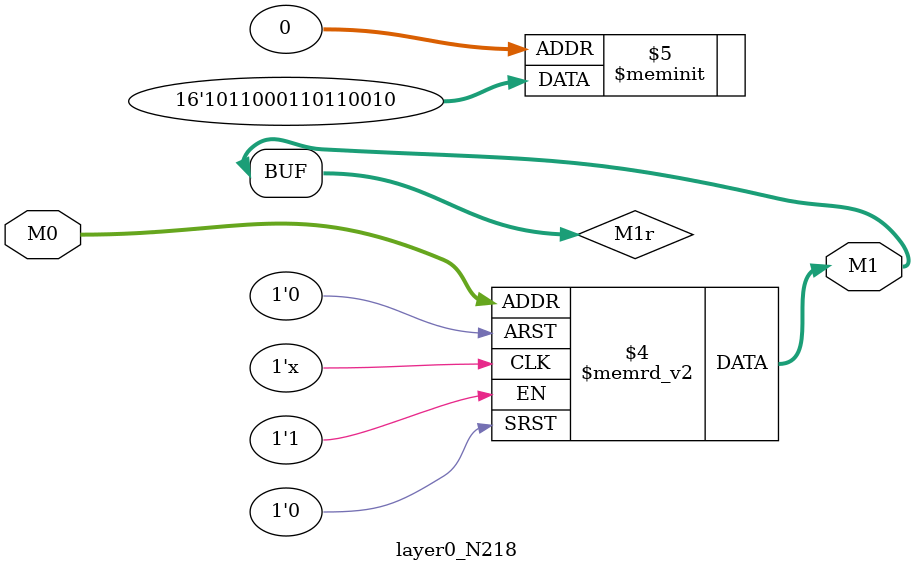
<source format=v>
module layer0_N218 ( input [2:0] M0, output [1:0] M1 );

	(*rom_style = "distributed" *) reg [1:0] M1r;
	assign M1 = M1r;
	always @ (M0) begin
		case (M0)
			3'b000: M1r = 2'b10;
			3'b100: M1r = 2'b01;
			3'b010: M1r = 2'b11;
			3'b110: M1r = 2'b11;
			3'b001: M1r = 2'b00;
			3'b101: M1r = 2'b00;
			3'b011: M1r = 2'b10;
			3'b111: M1r = 2'b10;

		endcase
	end
endmodule

</source>
